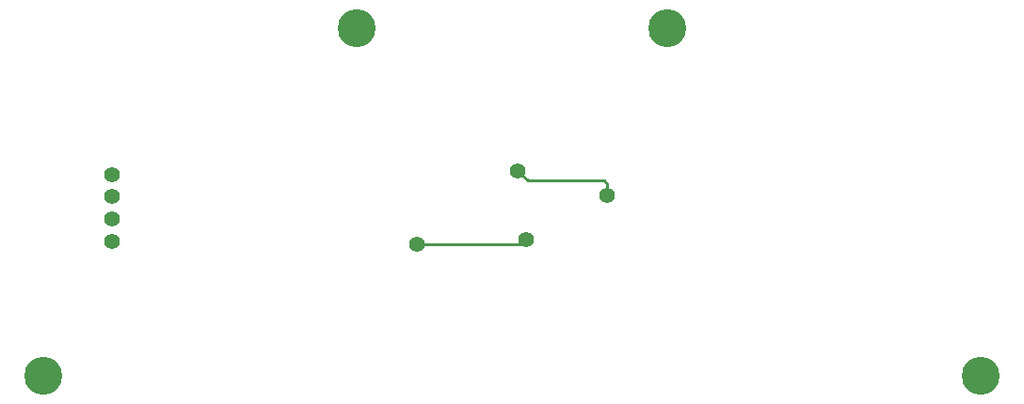
<source format=gbl>
G75*
G70*
%OFA0B0*%
%FSLAX24Y24*%
%IPPOS*%
%LPD*%
%AMOC8*
5,1,8,0,0,1.08239X$1,22.5*
%
%ADD10C,0.0555*%
%ADD11C,0.0554*%
%ADD12C,0.0100*%
%ADD13C,0.1345*%
D10*
X004454Y006528D03*
X004454Y007316D03*
X004454Y008103D03*
X004454Y008891D03*
D11*
X015249Y006410D03*
X019097Y006578D03*
X021981Y008162D03*
X018812Y009028D03*
D12*
X019166Y008674D01*
X021863Y008674D01*
X021981Y008556D01*
X021981Y008162D01*
X019097Y006578D02*
X018930Y006410D01*
X015249Y006410D01*
D13*
X002016Y001765D03*
X013103Y014068D03*
X024127Y014068D03*
X035215Y001765D03*
M02*

</source>
